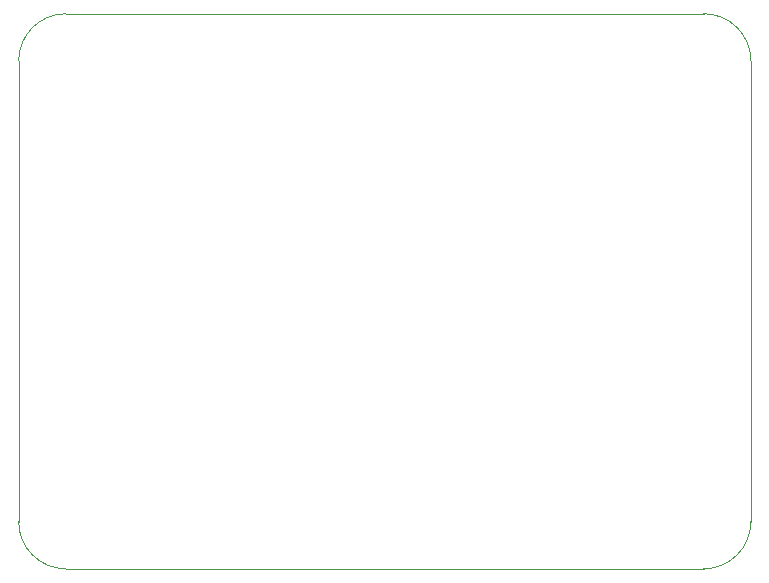
<source format=gbr>
G04 #@! TF.GenerationSoftware,KiCad,Pcbnew,5.1.5+dfsg1-2build2*
G04 #@! TF.CreationDate,2020-09-26T20:23:03-04:00*
G04 #@! TF.ProjectId,ece477,65636534-3737-42e6-9b69-6361645f7063,rev?*
G04 #@! TF.SameCoordinates,Original*
G04 #@! TF.FileFunction,Profile,NP*
%FSLAX46Y46*%
G04 Gerber Fmt 4.6, Leading zero omitted, Abs format (unit mm)*
G04 Created by KiCad (PCBNEW 5.1.5+dfsg1-2build2) date 2020-09-26 20:23:03*
%MOMM*%
%LPD*%
G04 APERTURE LIST*
%ADD10C,0.050000*%
G04 APERTURE END LIST*
D10*
X87000000Y-125000000D02*
X87000000Y-86000000D01*
X145000000Y-129000000D02*
X91000000Y-129000000D01*
X149000000Y-86000000D02*
X149000000Y-125000000D01*
X91000000Y-82000000D02*
X145000000Y-82000000D01*
X149000000Y-125000000D02*
G75*
G02X145000000Y-129000000I-4000000J0D01*
G01*
X91000000Y-129000000D02*
G75*
G02X87000000Y-125000000I0J4000000D01*
G01*
X87000000Y-86000000D02*
G75*
G02X91000000Y-82000000I4000000J0D01*
G01*
X145000000Y-82000000D02*
G75*
G02X149000000Y-86000000I0J-4000000D01*
G01*
M02*

</source>
